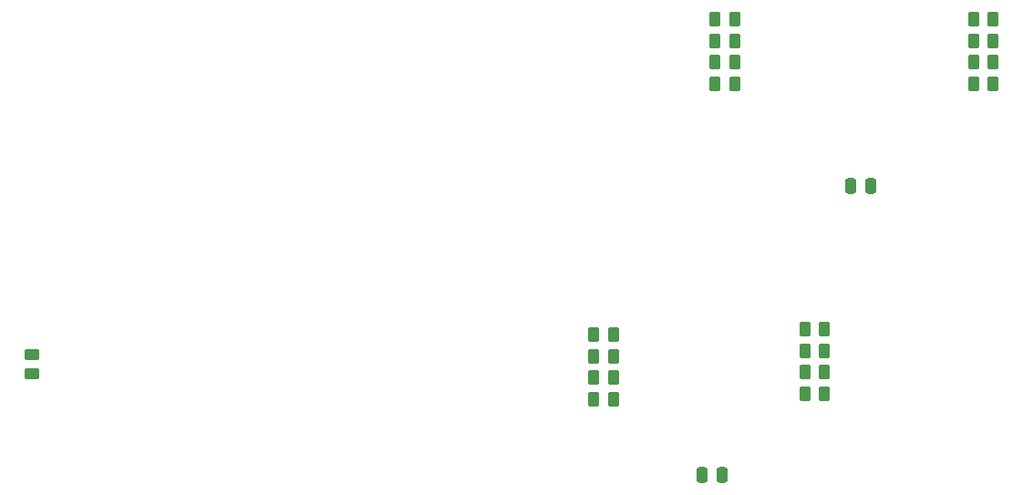
<source format=gbr>
%TF.GenerationSoftware,KiCad,Pcbnew,(6.0.2)*%
%TF.CreationDate,2022-03-17T16:38:25-03:00*%
%TF.ProjectId,painel1,7061696e-656c-4312-9e6b-696361645f70,rev?*%
%TF.SameCoordinates,Original*%
%TF.FileFunction,Paste,Top*%
%TF.FilePolarity,Positive*%
%FSLAX46Y46*%
G04 Gerber Fmt 4.6, Leading zero omitted, Abs format (unit mm)*
G04 Created by KiCad (PCBNEW (6.0.2)) date 2022-03-17 16:38:25*
%MOMM*%
%LPD*%
G01*
G04 APERTURE LIST*
G04 Aperture macros list*
%AMRoundRect*
0 Rectangle with rounded corners*
0 $1 Rounding radius*
0 $2 $3 $4 $5 $6 $7 $8 $9 X,Y pos of 4 corners*
0 Add a 4 corners polygon primitive as box body*
4,1,4,$2,$3,$4,$5,$6,$7,$8,$9,$2,$3,0*
0 Add four circle primitives for the rounded corners*
1,1,$1+$1,$2,$3*
1,1,$1+$1,$4,$5*
1,1,$1+$1,$6,$7*
1,1,$1+$1,$8,$9*
0 Add four rect primitives between the rounded corners*
20,1,$1+$1,$2,$3,$4,$5,0*
20,1,$1+$1,$4,$5,$6,$7,0*
20,1,$1+$1,$6,$7,$8,$9,0*
20,1,$1+$1,$8,$9,$2,$3,0*%
G04 Aperture macros list end*
%ADD10RoundRect,0.250000X0.250000X0.475000X-0.250000X0.475000X-0.250000X-0.475000X0.250000X-0.475000X0*%
%ADD11RoundRect,0.250000X0.450000X-0.262500X0.450000X0.262500X-0.450000X0.262500X-0.450000X-0.262500X0*%
%ADD12RoundRect,0.250000X-0.262500X-0.450000X0.262500X-0.450000X0.262500X0.450000X-0.262500X0.450000X0*%
%ADD13RoundRect,0.250000X0.262500X0.450000X-0.262500X0.450000X-0.262500X-0.450000X0.262500X-0.450000X0*%
G04 APERTURE END LIST*
D10*
%TO.C,C1*%
X155125000Y-100415000D03*
X153225000Y-100415000D03*
%TD*%
%TO.C,C2*%
X168900000Y-73550000D03*
X167000000Y-73550000D03*
%TD*%
D11*
%TO.C,R1*%
X91000000Y-91000000D03*
X91000000Y-89175000D03*
%TD*%
D12*
%TO.C,R22*%
X162762500Y-92827500D03*
X164587500Y-92827500D03*
%TD*%
%TO.C,R24*%
X178450000Y-64050000D03*
X180275000Y-64050000D03*
%TD*%
%TO.C,R9*%
X154450000Y-62050000D03*
X156275000Y-62050000D03*
%TD*%
%TO.C,R15*%
X154450000Y-60050000D03*
X156275000Y-60050000D03*
%TD*%
D13*
%TO.C,R23*%
X164587500Y-90827500D03*
X162762500Y-90827500D03*
%TD*%
%TO.C,R25*%
X180275000Y-62050000D03*
X178450000Y-62050000D03*
%TD*%
%TO.C,R19*%
X164587500Y-88827500D03*
X162762500Y-88827500D03*
%TD*%
D12*
%TO.C,R7*%
X143175000Y-91327500D03*
X145000000Y-91327500D03*
%TD*%
D13*
%TO.C,R6*%
X145000000Y-93327500D03*
X143175000Y-93327500D03*
%TD*%
%TO.C,R8*%
X156275000Y-64050000D03*
X154450000Y-64050000D03*
%TD*%
D12*
%TO.C,R18*%
X162762500Y-86827500D03*
X164587500Y-86827500D03*
%TD*%
D13*
%TO.C,R14*%
X156275000Y-58050000D03*
X154450000Y-58050000D03*
%TD*%
%TO.C,R21*%
X180275000Y-60050000D03*
X178450000Y-60050000D03*
%TD*%
D12*
%TO.C,R13*%
X143175000Y-89327500D03*
X145000000Y-89327500D03*
%TD*%
%TO.C,R20*%
X178450000Y-58050000D03*
X180275000Y-58050000D03*
%TD*%
D13*
%TO.C,R12*%
X145000000Y-87327500D03*
X143175000Y-87327500D03*
%TD*%
M02*

</source>
